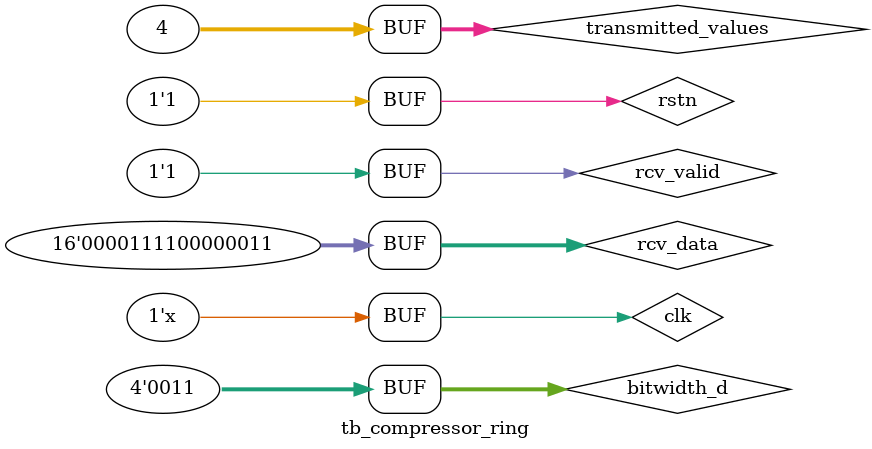
<source format=sv>

module tb_compressor_ring ();
	
	reg clk, rstn;

    reg [15:0] mask_valid_bits; //TODO: del
    reg [3:0] bitwidth_d;
    reg rcv_valid;
    reg [15:0] rcv_data;
    reg rcv_ready; 

    reg trm_valid;
    reg [15:0] trm_data;
    reg trm_last;
    reg trm_ready;
    reg [31:0] transmitted_values; 

	compressor_ring dut (
		clk, rstn, 
		mask_valid_bits, bitwidth_d,
		rcv_valid, rcv_data, transmitted_values, rcv_ready,
		trm_valid, trm_data, trm_last, trm_ready);

		always begin
        #5 clk = ~clk;
    end

	initial begin
		clk <= 0;
		rstn <= 0;
		rcv_data <= 16'h0f03;
		bitwidth_d <= 4'd3;
		transmitted_values <= 32'h4;
		rcv_valid <= 1;

		#30 rstn <= 1;

		#40 rcv_valid <= 0;

		#40 rcv_valid <= 1;
	end
endmodule
</source>
